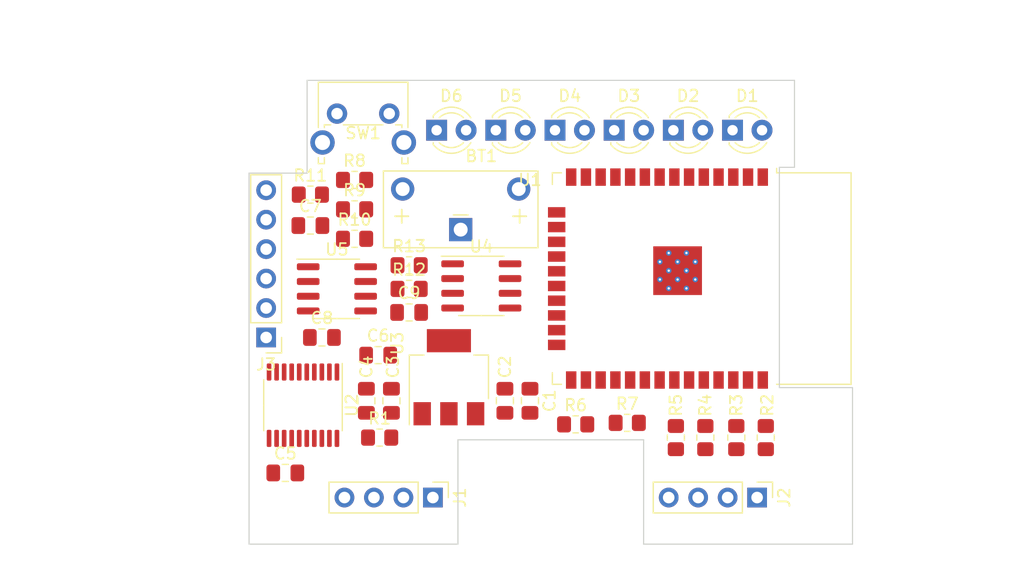
<source format=kicad_pcb>
(kicad_pcb (version 20211014) (generator pcbnew)
  (layers (0 "F.Cu" signal) (31 "B.Cu" signal) (34 "B.Paste" user) (35 "F.Paste" user) (36 "B.SilkS" user "B.Silkscreen") (37 "F.SilkS" user "F.Silkscreen") (38 "B.Mask" user) (39 "F.Mask" user) (44 "Edge.Cuts" user))
  (net 0 "")
  (net 21 "GND")
  (net 22 "+3.3V")
  (net 23 "+5V")
  (net 27 "Net-(D1-Pad1)")
  (net 28 "Net-(D2-Pad1)")
  (net 29 "/STP_LED")
  (net 30 "Net-(D3-Pad1)")
  (net 31 "/TX2_LED")
  (net 32 "Net-(U1-Pad31)")
  (net 33 "Net-(D4-Pad1)")
  (net 34 "Net-(D5-Pad1)")
  (net 35 "Net-(D6-Pad1)")
  (net 36 "/RX2_LED")
  (net 37 "/TX1_LED")
  (net 38 "/RX1_LED")
  (net 39 "+BATT")
  (net 40 "/STP_SW")
  (net 41 "/ESP_TXD")
  (net 42 "/ESP_RXD")
  (net 43 "/ESP_EN")
  (net 44 "/ESP_IO0")
  (net 45 "Net-(R10-Pad1)")
  (net 46 "/I2C0_SDA")
  (net 47 "/I2C0_SCL")
  (net 52 "Net-(J1-Pad1)")
  (net 53 "Net-(J1-Pad2)")
  (net 54 "Net-(J1-Pad3)")
  (net 55 "Net-(J1-Pad4)")
  (net 56 "Net-(J2-Pad3)")
  (net 57 "Net-(J2-Pad4)")
  (net 58 "Net-(R1-Pad2)")
  (net 59 "Net-(R10-Pad2)")
  (footprint "Resistor_SMD:R_0805_2012Metric_Pad1.20x1.40mm_HandSolder" (layer "F.Cu") (at 109.093 113.665)
    (fp_text reference "R10" (at 0 -1.65) (layer "F.SilkS"))
    (fp_text value "NONE")
    (fp_line (start -0.227064 0.735) (end 0.227064 0.735) (layer "F.SilkS") (width 0.12))
    (fp_line (start -0.227064 -0.735) (end 0.227064 -0.735) (layer "F.SilkS") (width 0.12))
    (pad "1" smd roundrect (at -1 0) (size 1.2 1.4) (layers "F.Cu" "F.Paste" "F.Mask") (roundrect_rratio 0.208333) (net 45 "Net-(R10-Pad1)"))
    (pad "2" smd roundrect (at 1 0) (size 1.2 1.4) (layers "F.Cu" "F.Paste" "F.Mask") (roundrect_rratio 0.208333) (net 59 "Net-(R10-Pad2)"))
  )
  (footprint "Resistor_SMD:R_0805_2012Metric_Pad1.20x1.40mm_HandSolder" (layer "F.Cu") (at 139.319 130.81 90)
    (fp_text reference "R4" (at 2.794 0 90) (layer "F.SilkS"))
    (fp_text value "1k")
    (fp_line (start -0.227064 0.735) (end 0.227064 0.735) (layer "F.SilkS") (width 0.12))
    (fp_line (start -0.227064 -0.735) (end 0.227064 -0.735) (layer "F.SilkS") (width 0.12))
    (pad "1" smd roundrect (at -1 0 90) (size 1.2 1.4) (layers "F.Cu" "F.Paste" "F.Mask") (roundrect_rratio 0.208333) (net 31 "/TX2_LED"))
    (pad "2" smd roundrect (at 1 0 90) (size 1.2 1.4) (layers "F.Cu" "F.Paste" "F.Mask") (roundrect_rratio 0.208333) (net 30 "Net-(D3-Pad1)"))
  )
  (footprint "Resistor_SMD:R_0805_2012Metric_Pad1.20x1.40mm_HandSolder" (layer "F.Cu") (at 105.283 109.855)
    (fp_text reference "R11" (at 0 -1.65) (layer "F.SilkS"))
    (fp_text value "10k")
    (fp_line (start -0.227064 0.735) (end 0.227064 0.735) (layer "F.SilkS") (width 0.12))
    (fp_line (start -0.227064 -0.735) (end 0.227064 -0.735) (layer "F.SilkS") (width 0.12))
    (pad "1" smd roundrect (at -1 0) (size 1.2 1.4) (layers "F.Cu" "F.Paste" "F.Mask") (roundrect_rratio 0.208333) (net 22 "+3.3V"))
    (pad "2" smd roundrect (at 1 0) (size 1.2 1.4) (layers "F.Cu" "F.Paste" "F.Mask") (roundrect_rratio 0.208333) (net 43 "/ESP_EN"))
  )
  (footprint "LED_THT:LED_D3.0mm" (layer "F.Cu") (at 131.463 104.3)
    (fp_text reference "D3" (at 1.27 -2.96) (layer "F.SilkS"))
    (fp_text value "LED")
    (fp_line (start -0.29 -1.236) (end -0.29 -1.08) (layer "F.SilkS") (width 0.12))
    (fp_line (start -0.29 1.08) (end -0.29 1.236) (layer "F.SilkS") (width 0.12))
    (fp_arc (start 2.942335 1.078608) (mid 1.366487 1.987659) (end -0.29 1.235516) (layer "F.SilkS") (width 0.12))
    (fp_arc (start 2.31113 1.079837) (mid 1.270117 1.5) (end 0.229039 1.08) (layer "F.SilkS") (width 0.12))
    (fp_arc (start 0.229039 -1.08) (mid 1.270117 -1.5) (end 2.31113 -1.079837) (layer "F.SilkS") (width 0.12))
    (fp_arc (start -0.29 -1.235516) (mid 1.366487 -1.987659) (end 2.942335 -1.078608) (layer "F.SilkS") (width 0.12))
    (pad "1" thru_hole rect (at 0 0) (size 1.8 1.8) (drill 0.9) (layers *.Cu *.Mask) (net 30 "Net-(D3-Pad1)"))
    (pad "2" thru_hole circle (at 2.54 0) (size 1.8 1.8) (drill 0.9) (layers *.Cu *.Mask) (net 22 "+3.3V"))
  )
  (footprint "Capacitor_SMD:C_0805_2012Metric_Pad1.18x1.45mm_HandSolder" (layer "F.Cu") (at 113.792 120.015)
    (fp_text reference "C9" (at 0 -1.68) (layer "F.SilkS"))
    (fp_text value "100nF")
    (fp_line (start -0.261252 -0.735) (end 0.261252 -0.735) (layer "F.SilkS") (width 0.12))
    (fp_line (start -0.261252 0.735) (end 0.261252 0.735) (layer "F.SilkS") (width 0.12))
    (pad "1" smd roundrect (at -1.0375 0) (size 1.175 1.45) (layers "F.Cu" "F.Paste" "F.Mask") (roundrect_rratio 0.212766) (net 22 "+3.3V"))
    (pad "2" smd roundrect (at 1.0375 0) (size 1.175 1.45) (layers "F.Cu" "F.Paste" "F.Mask") (roundrect_rratio 0.212766) (net 21 "GND"))
  )
  (footprint "Capacitor_SMD:C_0805_2012Metric_Pad1.18x1.45mm_HandSolder" (layer "F.Cu") (at 111.125 123.698)
    (fp_text reference "C6" (at 0 -1.68) (layer "F.SilkS"))
    (fp_text value "100nF")
    (fp_line (start -0.261252 0.735) (end 0.261252 0.735) (layer "F.SilkS") (width 0.12))
    (fp_line (start -0.261252 -0.735) (end 0.261252 -0.735) (layer "F.SilkS") (width 0.12))
    (pad "1" smd roundrect (at -1.0375 0) (size 1.175 1.45) (layers "F.Cu" "F.Paste" "F.Mask") (roundrect_rratio 0.212766) (net 22 "+3.3V"))
    (pad "2" smd roundrect (at 1.0375 0) (size 1.175 1.45) (layers "F.Cu" "F.Paste" "F.Mask") (roundrect_rratio 0.212766) (net 21 "GND"))
  )
  (footprint "Resistor_SMD:R_0805_2012Metric_Pad1.20x1.40mm_HandSolder" (layer "F.Cu") (at 132.588 129.54)
    (fp_text reference "R7" (at 0 -1.65) (layer "F.SilkS"))
    (fp_text value "1k")
    (fp_line (start -0.227064 0.735) (end 0.227064 0.735) (layer "F.SilkS") (width 0.12))
    (fp_line (start -0.227064 -0.735) (end 0.227064 -0.735) (layer "F.SilkS") (width 0.12))
    (pad "1" smd roundrect (at -1 0) (size 1.2 1.4) (layers "F.Cu" "F.Paste" "F.Mask") (roundrect_rratio 0.208333) (net 38 "/RX1_LED"))
    (pad "2" smd roundrect (at 1 0) (size 1.2 1.4) (layers "F.Cu" "F.Paste" "F.Mask") (roundrect_rratio 0.208333) (net 35 "Net-(D6-Pad1)"))
  )
  (footprint "Capacitor_SMD:C_0805_2012Metric_Pad1.18x1.45mm_HandSolder" (layer "F.Cu") (at 106.2775 122.174)
    (fp_text reference "C8" (at 0 -1.68) (layer "F.SilkS"))
    (fp_text value "100nF")
    (fp_line (start -0.261252 0.735) (end 0.261252 0.735) (layer "F.SilkS") (width 0.12))
    (fp_line (start -0.261252 -0.735) (end 0.261252 -0.735) (layer "F.SilkS") (width 0.12))
    (pad "1" smd roundrect (at -1.0375 0) (size 1.175 1.45) (layers "F.Cu" "F.Paste" "F.Mask") (roundrect_rratio 0.212766) (net 22 "+3.3V"))
    (pad "2" smd roundrect (at 1.0375 0) (size 1.175 1.45) (layers "F.Cu" "F.Paste" "F.Mask") (roundrect_rratio 0.212766) (net 21 "GND"))
  )
  (footprint "Package_SO:SOIC-8_3.9x4.9mm_P1.27mm" (layer "F.Cu") (at 107.569 117.983)
    (fp_text reference "U5" (at 0 -3.4) (layer "F.SilkS"))
    (fp_text value "FM24C64C")
    (fp_line (start 0 -2.56) (end 1.95 -2.56) (layer "F.SilkS") (width 0.12))
    (fp_line (start 0 2.56) (end 1.95 2.56) (layer "F.SilkS") (width 0.12))
    (fp_line (start 0 2.56) (end -1.95 2.56) (layer "F.SilkS") (width 0.12))
    (fp_line (start 0 -2.56) (end -3.45 -2.56) (layer "F.SilkS") (width 0.12))
    (pad "1" smd roundrect (at -2.475 -1.905) (size 1.95 0.6) (layers "F.Cu" "F.Paste" "F.Mask") (net 21 "GND"))
    (pad "2" smd roundrect (at -2.475 -0.635) (size 1.95 0.6) (layers "F.Cu" "F.Paste" "F.Mask") (net 21 "GND"))
    (pad "3" smd roundrect (at -2.475 0.635) (size 1.95 0.6) (layers "F.Cu" "F.Paste" "F.Mask") (net 21 "GND"))
    (pad "4" smd roundrect (at -2.475 1.905) (size 1.95 0.6) (layers "F.Cu" "F.Paste" "F.Mask") (net 21 "GND"))
    (pad "5" smd roundrect (at 2.475 1.905) (size 1.95 0.6) (layers "F.Cu" "F.Paste" "F.Mask") (net 46 "/I2C0_SDA"))
    (pad "6" smd roundrect (at 2.475 0.635) (size 1.95 0.6) (layers "F.Cu" "F.Paste" "F.Mask") (net 47 "/I2C0_SCL"))
    (pad "7" smd roundrect (at 2.475 -0.635) (size 1.95 0.6) (layers "F.Cu" "F.Paste" "F.Mask") (net 21 "GND"))
    (pad "8" smd roundrect (at 2.475 -1.905) (size 1.95 0.6) (layers "F.Cu" "F.Paste" "F.Mask") (net 22 "+3.3V"))
  )
  (footprint "Battery_rtc:CR2032_Vertical_CircularHoles" (layer "F.Cu") (at 118.237 112.875 180)
    (fp_text reference "BT1" (at -1.778 6.35) (layer "F.SilkS"))
    (fp_text value "Battery_Cell")
    (fp_text user "+" (at 5.08 1.27) (layer "F.SilkS") (effects (font (size 1.5 1.5))))
    (fp_text user "+" (at -5.08 1.27) (layer "F.SilkS") (effects (font (size 1.5 1.5))))
    (fp_line (start -0.635 1.27) (end 0.635 1.27) (layer "F.SilkS") (width 0.12))
    (fp_line (start -6.66 5.06) (end 6.66 5.06) (layer "F.SilkS") (width 0.12))
    (fp_line (start -6.66 -1.56) (end 6.66 -1.56) (layer "F.SilkS") (width 0.12))
    (fp_line (start 6.66 -1.56) (end 6.66 5.06) (layer "F.SilkS") (width 0.12))
    (fp_line (start -6.66 -1.56) (end -6.66 5.06) (layer "F.SilkS") (width 0.12))
    (pad "1" thru_hole circle (at 5 3.5 180) (size 2 2) (drill 1.2) (layers *.Cu *.Mask) (net 39 "+BATT"))
    (pad "1" thru_hole circle (at -5 3.5 180) (size 2 2) (drill 1.2) (layers *.Cu *.Mask) (net 39 "+BATT"))
    (pad "2" thru_hole rect (at 0 0 270) (size 2 2) (drill 1.2) (layers *.Cu *.Mask) (net 21 "GND"))
  )
  (footprint "Resistor_SMD:R_0805_2012Metric_Pad1.20x1.40mm_HandSolder" (layer "F.Cu") (at 113.792 117.983)
    (fp_text reference "R12" (at 0 -1.65) (layer "F.SilkS"))
    (fp_text value "4.7k")
    (fp_line (start -0.227064 -0.735) (end 0.227064 -0.735) (layer "F.SilkS") (width 0.12))
    (fp_line (start -0.227064 0.735) (end 0.227064 0.735) (layer "F.SilkS") (width 0.12))
    (pad "1" smd roundrect (at -1 0) (size 1.2 1.4) (layers "F.Cu" "F.Paste" "F.Mask") (roundrect_rratio 0.208333) (net 22 "+3.3V"))
    (pad "2" smd roundrect (at 1 0) (size 1.2 1.4) (layers "F.Cu" "F.Paste" "F.Mask") (roundrect_rratio 0.208333) (net 46 "/I2C0_SDA"))
  )
  (footprint "Resistor_SMD:R_0805_2012Metric_Pad1.20x1.40mm_HandSolder" (layer "F.Cu") (at 144.526 130.81 90)
    (fp_text reference "R2" (at 2.794 0.127 90) (layer "F.SilkS"))
    (fp_text value "1k")
    (fp_line (start -0.227064 -0.735) (end 0.227064 -0.735) (layer "F.SilkS") (width 0.12))
    (fp_line (start -0.227064 0.735) (end 0.227064 0.735) (layer "F.SilkS") (width 0.12))
    (pad "1" smd roundrect (at -1 0 90) (size 1.2 1.4) (layers "F.Cu" "F.Paste" "F.Mask") (roundrect_rratio 0.208333) (net 21 "GND"))
    (pad "2" smd roundrect (at 1 0 90) (size 1.2 1.4) (layers "F.Cu" "F.Paste" "F.Mask") (roundrect_rratio 0.208333) (net 27 "Net-(D1-Pad1)"))
  )
  (footprint "Resistor_SMD:R_0805_2012Metric_Pad1.20x1.40mm_HandSolder" (layer "F.Cu") (at 141.986 130.81 90)
    (fp_text reference "R3" (at 2.794 0 90) (layer "F.SilkS"))
    (fp_text value "1k")
    (fp_line (start -0.227064 -0.735) (end 0.227064 -0.735) (layer "F.SilkS") (width 0.12))
    (fp_line (start -0.227064 0.735) (end 0.227064 0.735) (layer "F.SilkS") (width 0.12))
    (pad "1" smd roundrect (at -1 0 90) (size 1.2 1.4) (layers "F.Cu" "F.Paste" "F.Mask") (roundrect_rratio 0.208333) (net 21 "GND"))
    (pad "2" smd roundrect (at 1 0 90) (size 1.2 1.4) (layers "F.Cu" "F.Paste" "F.Mask") (roundrect_rratio 0.208333) (net 28 "Net-(D2-Pad1)"))
  )
  (footprint "Resistor_SMD:R_0805_2012Metric_Pad1.20x1.40mm_HandSolder" (layer "F.Cu") (at 128.143 129.667)
    (fp_text reference "R6" (at 0 -1.65) (layer "F.SilkS"))
    (fp_text value "1k")
    (fp_line (start -0.227064 -0.735) (end 0.227064 -0.735) (layer "F.SilkS") (width 0.12))
    (fp_line (start -0.227064 0.735) (end 0.227064 0.735) (layer "F.SilkS") (width 0.12))
    (pad "1" smd roundrect (at -1 0) (size 1.2 1.4) (layers "F.Cu" "F.Paste" "F.Mask") (roundrect_rratio 0.208333) (net 37 "/TX1_LED"))
    (pad "2" smd roundrect (at 1 0) (size 1.2 1.4) (layers "F.Cu" "F.Paste" "F.Mask") (roundrect_rratio 0.208333) (net 34 "Net-(D5-Pad1)"))
  )
  (footprint "Connector_PinHeader_2.54mm:PinHeader_1x06_P2.54mm_Vertical" (layer "F.Cu") (at 101.473 122.174 180)
    (fp_text reference "J3" (at 0 -2.33) (layer "F.SilkS"))
    (fp_text value "Conn_01x06_Male")
    (fp_line (start -1.33 1.27) (end -1.33 14.03) (layer "F.SilkS") (width 0.12))
    (fp_line (start -1.33 1.27) (end 1.33 1.27) (layer "F.SilkS") (width 0.12))
    (fp_line (start 1.33 1.27) (end 1.33 14.03) (layer "F.SilkS") (width 0.12))
    (fp_line (start -1.33 0) (end -1.33 -1.33) (layer "F.SilkS") (width 0.12))
    (fp_line (start -1.33 -1.33) (end 0 -1.33) (layer "F.SilkS") (width 0.12))
    (fp_line (start -1.33 14.03) (end 1.33 14.03) (layer "F.SilkS") (width 0.12))
    (pad "1" thru_hole rect (at 0 0 180) (size 1.7 1.7) (drill 1) (layers *.Cu *.Mask) (net 21 "GND"))
    (pad "2" thru_hole oval (at 0 2.54 180) (size 1.7 1.7) (drill 1) (layers *.Cu *.Mask) (net 41 "/ESP_TXD"))
    (pad "3" thru_hole oval (at 0 5.08 180) (size 1.7 1.7) (drill 1) (layers *.Cu *.Mask) (net 42 "/ESP_RXD"))
    (pad "4" thru_hole oval (at 0 7.62 180) (size 1.7 1.7) (drill 1) (layers *.Cu *.Mask) (net 22 "+3.3V"))
    (pad "5" thru_hole oval (at 0 10.16 180) (size 1.7 1.7) (drill 1) (layers *.Cu *.Mask) (net 43 "/ESP_EN"))
    (pad "6" thru_hole oval (at 0 12.7 180) (size 1.7 1.7) (drill 1) (layers *.Cu *.Mask) (net 44 "/ESP_IO0"))
  )
  (footprint "Resistor_SMD:R_0805_2012Metric_Pad1.20x1.40mm_HandSolder" (layer "F.Cu") (at 109.093 108.585)
    (fp_text reference "R8" (at 0 -1.65) (layer "F.SilkS"))
    (fp_text value "10k")
    (fp_line (start -0.227064 -0.735) (end 0.227064 -0.735) (layer "F.SilkS") (width 0.12))
    (fp_line (start -0.227064 0.735) (end 0.227064 0.735) (layer "F.SilkS") (width 0.12))
    (pad "1" smd roundrect (at -1 0) (size 1.2 1.4) (layers "F.Cu" "F.Paste" "F.Mask") (roundrect_rratio 0.208333) (net 22 "+3.3V"))
    (pad "2" smd roundrect (at 1 0) (size 1.2 1.4) (layers "F.Cu" "F.Paste" "F.Mask") (roundrect_rratio 0.208333) (net 40 "/STP_SW"))
  )
  (footprint "Package_SO:TSSOP-20_4.4x6.5mm_P0.65mm" (layer "F.Cu") (at 104.648 128.016 -90)
    (fp_text reference "U2" (at 0 -4.2 90) (layer "F.SilkS"))
    (fp_text value "TXS0108EPW")
    (fp_line (start 0 -3.385) (end 2.2 -3.385) (layer "F.SilkS") (width 0.12))
    (fp_line (start 0 3.385) (end 2.2 3.385) (layer "F.SilkS") (width 0.12))
    (fp_line (start 0 -3.385) (end -3.6 -3.385) (layer "F.SilkS") (width 0.12))
    (fp_line (start 0 3.385) (end -2.2 3.385) (layer "F.SilkS") (width 0.12))
    (pad "1" smd roundrect (at -2.8625 -2.925 270) (size 1.475 0.4) (layers "F.Cu" "F.Paste" "F.Mask") (net 36 "/RX2_LED"))
    (pad "2" smd roundrect (at -2.8625 -2.275 270) (size 1.475 0.4) (layers "F.Cu" "F.Paste" "F.Mask") (net 22 "+3.3V"))
    (pad "3" smd roundrect (at -2.8625 -1.625 270) (size 1.475 0.4) (layers "F.Cu" "F.Paste" "F.Mask") (net 45 "Net-(R10-Pad1)"))
    (pad "4" smd roundrect (at -2.8625 -0.975 270) (size 1.475 0.4) (layers "F.Cu" "F.Paste" "F.Mask") (net 31 "/TX2_LED"))
    (pad "5" smd roundrect (at -2.8625 -0.325 270) (size 1.475 0.4) (layers "F.Cu" "F.Paste" "F.Mask") (net 38 "/RX1_LED"))
    (pad "6" smd roundrect (at -2.8625 0.325 270) (size 1.475 0.4) (layers "F.Cu" "F.Paste" "F.Mask") (net 32 "Net-(U1-Pad31)"))
    (pad "7" smd roundrect (at -2.8625 0.975 270) (size 1.475 0.4) (layers "F.Cu" "F.Paste" "F.Mask") (net 37 "/TX1_LED"))
    (pad "8" smd roundrect (at -2.8625 1.625 270) (size 1.475 0.4) (layers "F.Cu" "F.Paste" "F.Mask"))
    (pad "9" smd roundrect (at -2.8625 2.275 270) (size 1.475 0.4) (layers "F.Cu" "F.Paste" "F.Mask"))
    (pad "10" smd roundrect (at -2.8625 2.925 270) (size 1.475 0.4) (layers "F.Cu" "F.Paste" "F.Mask") (net 58 "Net-(R1-Pad2)"))
    (pad "11" smd roundrect (at 2.8625 2.925 270) (size 1.475 0.4) (layers "F.Cu" "F.Paste" "F.Mask") (net 21 "GND"))
    (pad "12" smd roundrect (at 2.8625 2.275 270) (size 1.475 0.4) (layers "F.Cu" "F.Paste" "F.Mask"))
    (pad "13" smd roundrect (at 2.8625 1.625 270) (size 1.475 0.4) (layers "F.Cu" "F.Paste" "F.Mask"))
    (pad "14" smd roundrect (at 2.8625 0.975 270) (size 1.475 0.4) (layers "F.Cu" "F.Paste" "F.Mask") (net 55 "Net-(J1-Pad4)"))
    (pad "15" smd roundrect (at 2.8625 0.325 270) (size 1.475 0.4) (layers "F.Cu" "F.Paste" "F.Mask") (net 54 "Net-(J1-Pad3)"))
    (pad "16" smd roundrect (at 2.8625 -0.325 270) (size 1.475 0.4) (layers "F.Cu" "F.Paste" "F.Mask") (net 53 "Net-(J1-Pad2)"))
    (pad "17" smd roundrect (at 2.8625 -0.975 270) (size 1.475 0.4) (layers "F.Cu" "F.Paste" "F.Mask") (net 52 "Net-(J1-Pad1)"))
    (pad "18" smd roundrect (at 2.8625 -1.625 270) (size 1.475 0.4) (layers "F.Cu" "F.Paste" "F.Mask") (net 57 "Net-(J2-Pad4)"))
    (pad "19" smd roundrect (at 2.8625 -2.275 270) (size 1.475 0.4) (layers "F.Cu" "F.Paste" "F.Mask") (net 23 "+5V"))
    (pad "20" smd roundrect (at 2.8625 -2.925 270) (size 1.475 0.4) (layers "F.Cu" "F.Paste" "F.Mask") (net 56 "Net-(J2-Pad3)"))
  )
  (footprint "Capacitor_SMD:C_0805_2012Metric_Pad1.18x1.45mm_HandSolder" (layer "F.Cu") (at 122.047 127.635 -90)
    (fp_text reference "C2" (at -2.921 0 90) (layer "F.SilkS"))
    (fp_text value "22uF")
    (fp_line (start -0.261252 0.735) (end 0.261252 0.735) (layer "F.SilkS") (width 0.12))
    (fp_line (start -0.261252 -0.735) (end 0.261252 -0.735) (layer "F.SilkS") (width 0.12))
    (pad "1" smd roundrect (at -1.0375 0 270) (size 1.175 1.45) (layers "F.Cu" "F.Paste" "F.Mask") (roundrect_rratio 0.212766) (net 23 "+5V"))
    (pad "2" smd roundrect (at 1.0375 0 270) (size 1.175 1.45) (layers "F.Cu" "F.Paste" "F.Mask") (roundrect_rratio 0.212766) (net 21 "GND"))
  )
  (footprint "LED_THT:LED_D3.0mm" (layer "F.Cu") (at 136.563 104.3)
    (fp_text reference "D2" (at 1.27 -2.96) (layer "F.SilkS"))
    (fp_text value "LED")
    (fp_line (start -0.29 -1.236) (end -0.29 -1.08) (layer "F.SilkS") (width 0.12))
    (fp_line (start -0.29 1.08) (end -0.29 1.236) (layer "F.SilkS") (width 0.12))
    (fp_arc (start 2.31113 1.079837) (mid 1.270117 1.5) (end 0.229039 1.08) (layer "F.SilkS") (width 0.12))
    (fp_arc (start -0.29 -1.235516) (mid 1.366487 -1.987659) (end 2.942335 -1.078608) (layer "F.SilkS") (width 0.12))
    (fp_arc (start 0.229039 -1.08) (mid 1.270117 -1.5) (end 2.31113 -1.079837) (layer "F.SilkS") (width 0.12))
    (fp_arc (start 2.942335 1.078608) (mid 1.366487 1.987659) (end -0.29 1.235516) (layer "F.SilkS") (width 0.12))
    (pad "1" thru_hole rect (at 0 0) (size 1.8 1.8) (drill 0.9) (layers *.Cu *.Mask) (net 28 "Net-(D2-Pad1)"))
    (pad "2" thru_hole circle (at 2.54 0) (size 1.8 1.8) (drill 0.9) (layers *.Cu *.Mask) (net 29 "/STP_LED"))
  )
  (footprint "Resistor_SMD:R_0805_2012Metric_Pad1.20x1.40mm_HandSolder" (layer "F.Cu") (at 111.252 130.81)
    (fp_text reference "R1" (at 0 -1.65) (layer "F.SilkS"))
    (fp_text value "0")
    (fp_line (start -0.227064 -0.735) (end 0.227064 -0.735) (layer "F.SilkS") (width 0.12))
    (fp_line (start -0.227064 0.735) (end 0.227064 0.735) (layer "F.SilkS") (width 0.12))
    (pad "1" smd roundrect (at -1 0) (size 1.2 1.4) (layers "F.Cu" "F.Paste" "F.Mask") (roundrect_rratio 0.208333) (net 22 "+3.3V"))
    (pad "2" smd roundrect (at 1 0) (size 1.2 1.4) (layers "F.Cu" "F.Paste" "F.Mask") (roundrect_rratio 0.208333) (net 58 "Net-(R1-Pad2)"))
  )
  (footprint "Capacitor_SMD:C_0805_2012Metric_Pad1.18x1.45mm_HandSolder" (layer "F.Cu") (at 124.206 127.635 -90)
    (fp_text reference "C1" (at 0 -1.68 -90) (layer "F.SilkS"))
    (fp_text value "100nF")
    (fp_line (start -0.261252 -0.735) (end 0.261252 -0.735) (layer "F.SilkS") (width 0.12))
    (fp_line (start -0.261252 0.735) (end 0.261252 0.735) (layer "F.SilkS") (width 0.12))
    (pad "1" smd roundrect (at -1.0375 0 270) (size 1.175 1.45) (layers "F.Cu" "F.Paste" "F.Mask") (roundrect_rratio 0.212766) (net 23 "+5V"))
    (pad "2" smd roundrect (at 1.0375 0 270) (size 1.175 1.45) (layers "F.Cu" "F.Paste" "F.Mask") (roundrect_rratio 0.212766) (net 21 "GND"))
  )
  (footprint "Capacitor_SMD:C_0805_2012Metric_Pad1.18x1.45mm_HandSolder" (layer "F.Cu") (at 110.109 127.635 -90)
    (fp_text reference "C4" (at -2.921 0 90) (layer "F.SilkS"))
    (fp_text value "100nF")
    (fp_line (start -0.261252 -0.735) (end 0.261252 -0.735) (layer "F.SilkS") (width 0.12))
    (fp_line (start -0.261252 0.735) (end 0.261252 0.735) (layer "F.SilkS") (width 0.12))
    (pad "1" smd roundrect (at -1.0375 0 270) (size 1.175 1.45) (layers "F.Cu" "F.Paste" "F.Mask") (roundrect_rratio 0.212766) (net 22 "+3.3V"))
    (pad "2" smd roundrect (at 1.0375 0 270) (size 1.175 1.45) (layers "F.Cu" "F.Paste" "F.Mask") (roundrect_rratio 0.212766) (net 21 "GND"))
  )
  (footprint "LED_THT:LED_D3.0mm" (layer "F.Cu") (at 126.363 104.3)
    (fp_text reference "D4" (at 1.27 -2.96) (layer "F.SilkS"))
    (fp_text value "LED")
    (fp_line (start -0.29 1.08) (end -0.29 1.236) (layer "F.SilkS") (width 0.12))
    (fp_line (start -0.29 -1.236) (end -0.29 -1.08) (layer "F.SilkS") (width 0.12))
    (fp_arc (start 0.229039 -1.08) (mid 1.270117 -1.5) (end 2.31113 -1.079837) (layer "F.SilkS") (width 0.12))
    (fp_arc (start 2.942335 1.078608) (mid 1.366487 1.987659) (end -0.29 1.235516) (layer "F.SilkS") (width 0.12))
    (fp_arc (start -0.29 -1.235516) (mid 1.366487 -1.987659) (end 2.942335 -1.078608) (layer "F.SilkS") (width 0.12))
    (fp_arc (start 2.31113 1.079837) (mid 1.270117 1.5) (end 0.229039 1.08) (layer "F.SilkS") (width 0.12))
    (pad "1" thru_hole rect (at 0 0) (size 1.8 1.8) (drill 0.9) (layers *.Cu *.Mask) (net 33 "Net-(D4-Pad1)"))
    (pad "2" thru_hole circle (at 2.54 0) (size 1.8 1.8) (drill 0.9) (layers *.Cu *.Mask) (net 22 "+3.3V"))
  )
  (footprint "RF_Module:ESP32-WROOM-32" (layer "F.Cu") (at 136.017 117.094 -90)
    (fp_text reference "U1" (at -8.509 11.811) (layer "F.SilkS"))
    (fp_text value "ESP32-WROOM-32")
    (fp_line (start -9.12 -9.445) (end -9.5 -9.445) (layer "F.SilkS") (width 0.12))
    (fp_line (start -9.12 9.1) (end -9.12 9.88) (layer "F.SilkS") (width 0.12))
    (fp_line (start 9.12 -15.86) (end 9.12 -9.445) (layer "F.SilkS") (width 0.12))
    (fp_line (start -9.12 9.88) (end -8.12 9.88) (layer "F.SilkS") (width 0.12))
    (fp_line (start 9.12 9.88) (end 8.12 9.88) (layer "F.SilkS") (width 0.12))
    (fp_line (start -9.12 -15.86) (end 9.12 -15.86) (layer "F.SilkS") (width 0.12))
    (fp_line (start 9.12 9.1) (end 9.12 9.88) (layer "F.SilkS") (width 0.12))
    (fp_line (start -9.12 -15.86) (end -9.12 -9.445) (layer "F.SilkS") (width 0.12))
    (pad "1" smd rect (at -8.75 -8.25 270) (size 1.5 0.9) (layers "F.Cu" "F.Paste" "F.Mask") (net 21 "GND"))
    (pad "2" smd rect (at -8.75 -6.98 270) (size 1.5 0.9) (layers "F.Cu" "F.Paste" "F.Mask") (net 22 "+3.3V"))
    (pad "3" smd rect (at -8.75 -5.71 270) (size 1.5 0.9) (layers "F.Cu" "F.Paste" "F.Mask") (net 43 "/ESP_EN"))
    (pad "4" smd rect (at -8.75 -4.44 270) (size 1.5 0.9) (layers "F.Cu" "F.Paste" "F.Mask"))
    (pad "5" smd rect (at -8.75 -3.17 270) (size 1.5 0.9) (layers "F.Cu" "F.Paste" "F.Mask"))
    (pad "6" smd rect (at -8.75 -1.9 270) (size 1.5 0.9) (layers "F.Cu" "F.Paste" "F.Mask"))
    (pad "7" smd rect (at -8.75 -0.63 270) (size 1.5 0.9) (layers "F.Cu" "F.Paste" "F.Mask"))
    (pad "8" smd rect (at -8.75 0.64 270) (size 1.5 0.9) (layers "F.Cu" "F.Paste" "F.Mask") (net 46 "/I2C0_SDA"))
    (pad "9" smd rect (at -8.75 1.91 270) (size 1.5 0.9) (layers "F.Cu" "F.Paste" "F.Mask") (net 47 "/I2C0_SCL"))
    (pad "10" smd rect (at -8.75 3.18 270) (size 1.5 0.9) (layers "F.Cu" "F.Paste" "F.Mask"))
    (pad "11" smd rect (at -8.75 4.45 270) (size 1.5 0.9) (layers "F.Cu" "F.Paste" "F.Mask"))
    (pad "12" smd rect (at -8.75 5.72 270) (size 1.5 0.9) (layers "F.Cu" "F.Paste" "F.Mask") (net 40 "/STP_SW"))
    (pad "13" smd rect (at -8.75 6.99 270) (size 1.5 0.9) (layers "F.Cu" "F.Paste" "F.Mask"))
    (pad "14" smd rect (at -8.75 8.26 270) (size 1.5 0.9) (layers "F.Cu" "F.Paste" "F.Mask"))
    (pad "15" smd rect (at -5.71 9.51) (size 1.5 0.9) (layers "F.Cu" "F.Paste" "F.Mask") (net 21 "GND"))
    (pad "16" smd rect (at -4.44 9.51) (size 1.5 0.9) (layers "F.Cu" "F.Paste" "F.Mask"))
    (pad "17" smd rect (at -3.17 9.51) (size 1.5 0.9) (layers "F.Cu" "F.Paste" "F.Mask"))
    (pad "18" smd rect (at -1.9 9.51) (size 1.5 0.9) (layers "F.Cu" "F.Paste" "F.Mask"))
    (pad "19" smd rect (at -0.63 9.51) (size 1.5 0.9) (layers "F.Cu" "F.Paste" "F.Mask"))
    (pad "20" smd rect (at 0.64 9.51) (size 1.5 0.9) (layers "F.Cu" "F.Paste" "F.Mask"))
    (pad "21" smd rect (at 1.91 9.51) (size 1.5 0.9) (layers "F.Cu" "F.Paste" "F.Mask"))
    (pad "22" smd rect (at 3.18 9.51) (size 1.5 0.9) (layers "F.Cu" "F.Paste" "F.Mask"))
    (pad "23" smd rect (at 4.45 9.51) (size 1.5 0.9) (layers "F.Cu" "F.Paste" "F.Mask"))
    (pad "24" smd rect (at 5.72 9.51) (size 1.5 0.9) (layers "F.Cu" "F.Paste" "F.Mask"))
    (pad "25" smd rect (at 8.75 8.26 270) (size 1.5 0.9) (layers "F.Cu" "F.Paste" "F.Mask") (net 44 "/ESP_IO0"))
    (pad "26" smd rect (at 8.75 6.99 270) (size 1.5 0.9) (layers "F.Cu" "F.Paste" "F.Mask") (net 36 "/RX2_LED"))
    (pad "27" smd rect (at 8.75 5.72 270) (size 1.5 0.9) (layers "F.Cu" "F.Paste" "F.Mask") (net 59 "Net-(R10-Pad2)"))
    (pad "28" smd rect (at 8.75 4.45 270) (size 1.5 0.9) (layers "F.Cu" "F.Paste" "F.Mask") (net 31 "/TX2_LED"))
    (pad "29" smd rect (at 8.75 3.18 270) (size 1.5 0.9) (layers "F.Cu" "F.Paste" "F.Mask"))
    (pad "30" smd rect (at 8.75 1.91 270) (size 1.5 0.9) (layers "F.Cu" "F.Paste" "F.Mask") (net 38 "/RX1_LED"))
    (pad "31" smd rect (at 8.75 0.64 270) (size 1.5 0.9) (layers "F.Cu" "F.Paste" "F.Mask") (net 32 "Net-(U1-Pad31)"))
    (pad "32" smd rect (at 8.75 -0.63 270) (size 1.5 0.9) (layers "F.Cu" "F.Paste" "F.Mask"))
    (pad "33" smd rect (at 8.75 -1.9 270) (size 1.5 0.9) (layers "F.Cu" "F.Paste" "F.Mask") (net 37 "/TX1_LED"))
    (pad "34" smd rect (at 8.75 -3.17 270) (size 1.5 0.9) (layers "F.Cu" "F.Paste" "F.Mask") (net 42 "/ESP_RXD"))
    (pad "35" smd rect (at 8.75 -4.44 270) (size 1.5 0.9) (layers "F.Cu" "F.Paste" "F.Mask") (net 41 "/ESP_TXD"))
    (pad "36" smd rect (at 8.75 -5.71 270) (size 1.5 0.9) (layers "F.Cu" "F.Paste" "F.Mask"))
    (pad "37" smd rect (at 8.75 -6.98 270) (size 1.5 0.9) (layers "F.Cu" "F.Paste" "F.Mask") (net 29 "/STP_LED"))
    (pad "38" smd rect (at 8.75 -8.25 270) (size 1.5 0.9) (layers "F.Cu" "F.Paste" "F.Mask") (net 21 "GND"))
    (pad "39" thru_hole circle (at -2.205 -1.6725 270) (size 0.475 0.475) (drill 0.2) (property pad_prop_heatsink) (layers *.Cu "F.Mask") (net 21 "GND"))
    (pad "39" thru_hole circle (at -2.205 -0.1475 270) (size 0.475 0.475) (drill 0.2) (property pad_prop_heatsink) (layers *.Cu "F.Mask") (net 21 "GND"))
    (pad "39" thru_hole circle (at -1.4425 -2.435 270) (size 0.475 0.475) (drill 0.2) (property pad_prop_heatsink) (layers *.Cu "F.Mask") (net 21 "GND"))
    (pad "39" smd rect (at 0.845 0.615 270) (size 1.05 1.05) (layers "F.Cu" "F.Paste") (net 21 "GND"))
    (pad "39" smd rect (at 0.845 -0.91 270) (size 1.05 1.05) (layers "F.Cu" "F.Paste") (net 21 "GND"))
    (pad "39" thru_hole circle (at -1.4425 -0.91 270) (size 0.475 0.475) (drill 0.2) (property pad_prop_heatsink) (layers *.Cu "F.Mask") (net 21 "GND"))
    (pad "39" thru_hole circle (at 0.845 -1.6725 270) (size 0.475 0.475) (drill 0.2) (property pad_prop_heatsink) (layers *.Cu "F.Mask") (net 21 "GND"))
    (pad "39" smd rect (at -2.205 0.615 270) (size 1.05 1.05) (layers "F.Cu" "F.Paste") (net 21 "GND"))
    (pad "39" thru_hole circle (at -0.68 -1.6725 270) (size 0.475 0.475) (drill 0.2) (property pad_prop_heatsink) (layers *.Cu "F.Mask") (net 21 "GND"))
    (pad "39" smd rect (at -0.68 -0.91 270) (size 4.2 4.2) (layers "F.Cu" "F.Mask") (net 21 "GND"))
    (pad "39" thru_hole circle (at -1.4425 0.615 270) (size 0.475 0.475) (drill 0.2) (property pad_prop_heatsink) (layers *.Cu "F.Mask") (net 21 "GND"))
    (pad "39" smd rect (at 0.845 -2.435 270) (size 1.05 1.05) (layers "F.Cu" "F.Paste") (net 21 "GND"))
    (pad "39" thru_hole circle (at 0.0825 -0.91 270) (size 0.475 0.475) (drill 0.2) (property pad_prop_heatsink) (layers *.Cu "F.Mask") (net 21 "GND"))
    (pad "39" smd rect (at -2.205 -0.91 270) (size 1.05 1.05) (layers "F.Cu" "F.Paste") (net 21 "GND"))
    (pad "39" smd rect (at -0.68 0.615 270) (size 1.05 1.05) (layers "F.Cu" "F.Paste") (net 21 "GND"))
    (pad "39" thru_hole circle (at 0.0825 -2.435 270) (size 0.475 0.475) (drill 0.2) (property pad_prop_heatsink) (layers *.Cu "F.Mask") (net 21 "GND"))
    (pad "39" smd rect (at -0.68 -2.435 270) (size 1.05 1.05) (layers "F.Cu" "F.Paste") (net 21 "GND"))
    (pad "39" thru_hole circle (at 0.845 -0.1475 270) (size 0.475 0.475) (drill 0.2) (property pad_prop_heatsink) (layers *.Cu "F.Mask") (net 21 "GND"))
    (pad "39" thru_hole circle (at -0.68 -0.1475 270) (size 0.475 0.475) (drill 0.2) (property pad_prop_heatsink) (layers *.Cu "F.Mask") (net 21 "GND"))
    (pad "39" thru_hole circle (at 0.0825 0.615 270) (size 0.475 0.475) (drill 0.2) (property pad_prop_heatsink) (layers *.Cu "F.Mask") (net 21 "GND"))
    (pad "39" smd rect (at -2.205 -2.435 270) (size 1.05 1.05) (layers "F.Cu" "F.Paste") (net 21 "GND"))
    (pad "39" smd rect (at -0.68 -0.91 270) (size 1.05 1.05) (layers "F.Cu" "F.Paste") (net 21 "GND"))
  )
  (footprint "Capacitor_SMD:C_0805_2012Metric_Pad1.18x1.45mm_HandSolder" (layer "F.Cu") (at 103.124 133.858)
    (fp_text reference "C5" (at 0 -1.68) (layer "F.SilkS"))
    (fp_text value "100nF")
    (fp_line (start -0.261252 0.735) (end 0.261252 0.735) (layer "F.SilkS") (width 0.12))
    (fp_line (start -0.261252 -0.735) (end 0.261252 -0.735) (layer "F.SilkS") (width 0.12))
    (pad "1" smd roundrect (at -1.0375 0) (size 1.175 1.45) (layers "F.Cu" "F.Paste" "F.Mask") (roundrect_rratio 0.212766) (net 23 "+5V"))
    (pad "2" smd roundrect (at 1.0375 0) (size 1.175 1.45) (layers "F.Cu" "F.Paste" "F.Mask") (roundrect_rratio 0.212766) (net 21 "GND"))
  )
  (footprint "Connector_PinHeader_2.54mm:PinHeader_1x04_P2.54mm_Vertical" (layer "F.Cu") (at 115.84 135.98 -90)
    (fp_text reference "J1" (at 0 -2.33 90) (layer "F.SilkS"))
    (fp_text value "Conn_01x04_Male")
    (fp_line (start -1.33 -1.33) (end 0 -1.33) (layer "F.SilkS") (width 0.12))
    (fp_line (start -1.33 8.95) (end 1.33 8.95) (layer "F.SilkS") (width 0.12))
    (fp_line (start 1.33 1.27) (end 1.33 8.95) (layer "F.SilkS") (width 0.12))
    (fp_line (start -1.33 1.27) (end -1.33 8.95) (layer "F.SilkS") (width 0.12))
    (fp_line (start -1.33 1.27) (end 1.33 1.27) (layer "F.SilkS") (width 0.12))
    (fp_line (start -1.33 0) (end -1.33 -1.33) (layer "F.SilkS") (width 0.12))
    (pad "1" thru_hole rect (at 0 0 270) (size 1.7 1.7) (drill 1) (layers *.Cu *.Mask) (net 52 "Net-(J1-Pad1)"))
    (pad "2" thru_hole oval (at 0 2.54 270) (size 1.7 1.7) (drill 1) (layers *.Cu *.Mask) (net 53 "Net-(J1-Pad2)"))
    (pad "3" thru_hole oval (at 0 5.08 270) (size 1.7 1.7) (drill 1) (layers *.Cu *.Mask) (net 54 "Net-(J1-Pad3)"))
    (pad "4" thru_hole oval (at 0 7.62 270) (size 1.7 1.7) (drill 1) (layers *.Cu *.Mask) (net 55 "Net-(J1-Pad4)"))
  )
  (footprint "Resistor_SMD:R_0805_2012Metric_Pad1.20x1.40mm_HandSolder" (layer "F.Cu") (at 109.093 111.125)
    (fp_text reference "R9" (at 0 -1.65) (layer "F.SilkS"))
    (fp_text value "0")
    (fp_line (start -0.227064 0.735) (end 0.227064 0.735) (layer "F.SilkS") (width 0.12))
    (fp_line (start -0.227064 -0.735) (end 0.227064 -0.735) (layer "F.SilkS") (width 0.12))
    (pad "1" smd roundrect (at -1 0) (size 1.2 1.4) (layers "F.Cu" "F.Paste" "F.Mask") (roundrect_rratio 0.208333) (net 45 "Net-(R10-Pad1)"))
    (pad "2" smd roundrect (at 1 0) (size 1.2 1.4) (layers "F.Cu" "F.Paste" "F.Mask") (roundrect_rratio 0.208333) (net 21 "GND"))
  )
  (footprint "Resistor_SMD:R_0805_2012Metric_Pad1.20x1.40mm_HandSolder" (layer "F.Cu") (at 113.792 115.951)
    (fp_text reference "R13" (at 0 -1.65) (layer "F.SilkS"))
    (fp_text value "4.7k")
    (fp_line (start -0.227064 0.735) (end 0.227064 0.735) (layer "F.SilkS") (width 0.12))
    (fp_line (start -0.227064 -0.735) (end 0.227064 -0.735) (layer "F.SilkS") (width 0.12))
    (pad "1" smd roundrect (at -1 0) (size 1.2 1.4) (layers "F.Cu" "F.Paste" "F.Mask") (roundrect_rratio 0.208333) (net 22 "+3.3V"))
    (pad "2" smd roundrect (at 1 0) (size 1.2 1.4) (layers "F.Cu" "F.Paste" "F.Mask") (roundrect_rratio 0.208333) (net 47 "/I2C0_SCL"))
  )
  (footprint "Package_SO:SOIC-8_3.9x4.9mm_P1.27mm" (layer "F.Cu") (at 120.015 117.729)
    (fp_text reference "U4" (at 0 -3.4) (layer "F.SilkS"))
    (fp_text value "DS3231MZ")
    (fp_line (start 0 2.56) (end 1.95 2.56) (layer "F.SilkS") (width 0.12))
    (fp_line (start 0 -2.56) (end 1.95 -2.56) (layer "F.SilkS") (width 0.12))
    (fp_line (start 0 -2.56) (end -3.45 -2.56) (layer "F.SilkS") (width 0.12))
    (fp_line (start 0 2.56) (end -1.95 2.56) (layer "F.SilkS") (width 0.12))
    (pad "1" smd roundrect (at -2.475 -1.905) (size 1.95 0.6) (layers "F.Cu" "F.Paste" "F.Mask"))
    (pad "2" smd roundrect (at -2.475 -0.635) (size 1.95 0.6) (layers "F.Cu" "F.Paste" "F.Mask") (net 22 "+3.3V"))
    (pad "3" smd roundrect (at -2.475 0.635) (size 1.95 0.6) (layers "F.Cu" "F.Paste" "F.Mask"))
    (pad "4" smd roundrect (at -2.475 1.905) (size 1.95 0.6) (layers "F.Cu" "F.Paste" "F.Mask"))
    (pad "5" smd roundrect (at 2.475 1.905) (size 1.95 0.6) (layers "F.Cu" "F.Paste" "F.Mask") (net 21 "GND"))
    (pad "6" smd roundrect (at 2.475 0.635) (size 1.95 0.6) (layers "F.Cu" "F.Paste" "F.Mask") (net 39 "+BATT"))
    (pad "7" smd roundrect (at 2.475 -0.635) (size 1.95 0.6) (layers "F.Cu" "F.Paste" "F.Mask") (net 46 "/I2C0_SDA"))
    (pad "8" smd roundrect (at 2.475 -1.905) (size 1.95 0.6) (layers "F.Cu" "F.Paste" "F.Mask") (net 47 "/I2C0_SCL"))
  )
  (footprint "LED_THT:LED_D3.0mm" (layer "F.Cu") (at 141.663 104.3)
    (fp_text reference "D1" (at 1.27 -2.96) (layer "F.SilkS"))
    (fp_text value "LED")
    (fp_line (start -0.29 1.08) (end -0.29 1.236) (layer "F.SilkS") (width 0.12))
    (fp_line (start -0.29 -1.236) (end -0.29 -1.08) (layer "F.SilkS") (width 0.12))
    (fp_arc (start 0.229039 -1.08) (mid 1.270117 -1.5) (end 2.31113 -1.079837) (layer "F.SilkS") (width 0.12))
    (fp_arc (start -0.29 -1.235516) (mid 1.366487 -1.987659) (end 2.942335 -1.078608) (layer "F.SilkS") (width 0.12))
    (fp_arc (start 2.31113 1.079837) (mid 1.270117 1.5) (end 0.229039 1.08) (layer "F.SilkS") (width 0.12))
    (fp_arc (start 2.942335 1.078608) (mid 1.366487 1.987659) (end -0.29 1.235516) (layer "F.SilkS") (width 0.12))
    (pad "1" thru_hole rect (at 0 0) (size 1.8 1.8) (drill 0.9) (layers *.Cu *.Mask) (net 27 "Net-(D1-Pad1)"))
    (pad "2" thru_hole circle (at 2.54 0) (size 1.8 1.8) (drill 0.9) (layers *.Cu *.Mask) (net 22 "+3.3V"))
  )
  (footprint "Button_Switch_THT:SW_Tactile_SPST_Angled_PTS645Vx31-2LFS" (layer "F.Cu") (at 107.58 102.8675)
    (fp_text reference "SW1" (at 2.25 1.68) (layer "F.SilkS"))
    (fp_text value "SW_Push")
    (fp_line (start -1.09 0.97) (end -0.55 0.97) (layer "F.SilkS") (width 0.12))
    (fp_line (start 5.59 4.31) (end 6.11 4.31) (layer "F.SilkS") (width 0.12))
    (fp_line (start -1.61 -2.7) (end 6.11 -2.7) (layer "F.SilkS") (width 0.12))
    (fp_line (start -1.09 3.8) (end -1.09 4.31) (layer "F.SilkS") (width 0.12))
    (fp_line (start 5.59 3.8) (end 5.59 4.31) (layer "F.SilkS") (width 0.12))
    (fp_line (start 6.11 -2.7) (end 6.11 1.2) (layer "F.SilkS") (width 0.12))
    (fp_line (start -1.61 4.31) (end -1.09 4.31) (layer "F.SilkS") (width 0.12))
    (fp_line (start 5.05 0.97) (end 5.59 0.97) (layer "F.SilkS") (width 0.12))
    (fp_line (start 6.11 3.8) (end 6.11 4.31) (layer "F.SilkS") (width 0.12))
    (fp_line (start 0.55 0.97) (end 3.95 0.97) (layer "F.SilkS") (width 0.12))
    (fp_line (start -1.61 -2.7) (end -1.61 1.2) (layer "F.SilkS") (width 0.12))
    (fp_line (start 5.59 0.97) (end 5.59 1.2) (layer "F.SilkS") (width 0.12))
    (fp_line (start -1.61 3.8) (end -1.61 4.31) (layer "F.SilkS") (width 0.12))
    (fp_line (start -1.09 0.97) (end -1.09 1.2) (layer "F.SilkS") (width 0.12))
    (pad "" thru_hole circle (at 5.76 2.49) (size 2.1 2.1) (drill 1.3) (layers *.Cu *.Mask))
    (pad "" thru_hole circle (at -1.25 2.49) (size 2.1 2.1) (drill 1.3) (layers *.Cu *.Mask))
    (pad "1" thru_hole circle (at 0 0) (size 1.75 1.75) (drill 0.99) (layers *.Cu *.Mask) (net 40 "/STP_SW"))
    (pad "2" thru_hole circle (at 4.5 0) (size 1.75 1.75) (drill 0.99) (layers *.Cu *.Mask) (net 21 "GND"))
  )
  (footprint "Package_TO_SOT_SMD:SOT-223-3_TabPin2" (layer "F.Cu") (at 117.221 125.603 90)
    (fp_text reference "U3" (at 2.921 -4.445 90) (layer "F.SilkS"))
    (fp_text value "AMS1117-3.3")
    (fp_line (start -4.1 -3.41) (end 1.91 -3.41) (layer "F.SilkS") (width 0.12))
    (fp_line (start -1.85 3.41) (end 1.91 3.41) (layer "F.SilkS") (width 0.12))
    (fp_line (start 1.91 -3.41) (end 1.91 -2.15) (layer "F.SilkS") (width 0.12))
    (fp_line (start 1.91 3.41) (end 1.91 2.15) (layer "F.SilkS") (width 0.12))
    (pad "1" smd rect (at -3.15 -2.3 90) (size 2 1.5) (layers "F.Cu" "F.Paste" "F.Mask") (net 21 "GND"))
    (pad "2" smd rect (at -3.15 0 90) (size 2 1.5) (layers "F.Cu" "F.Paste" "F.Mask") (net 22 "+3.3V"))
    (pad "2" smd rect (at 3.15 0 90) (size 2 3.8) (layers "F.Cu" "F.Paste" "F.Mask") (net 22 "+3.3V"))
    (pad "3" smd rect (at -3.15 2.3 90) (size 2 1.5) (layers "F.Cu" "F.Paste" "F.Mask") (net 23 "+5V"))
  )
  (footprint "Connector_PinHeader_2.54mm:PinHeader_1x04_P2.54mm_Vertical" (layer "F.Cu") (at 143.78 135.98 -90)
    (fp_text reference "J2" (at 0 -2.33 90) (layer "F.SilkS"))
    (fp_text value "Conn_01x04_Male")
    (fp_line (start 1.33 1.27) (end 1.33 8.95) (layer "F.SilkS") (width 0.12))
    (fp_line (start -1.33 -1.33) (end 0 -1.33) (layer "F.SilkS") (width 0.12))
    (fp_line (start -1.33 1.27) (end 1.33 1.27) (layer "F.SilkS") (width 0.12))
    (fp_line (start -1.33 8.95) (end 1.33 8.95) (layer "F.SilkS") (width 0.12))
    (fp_line (start -1.33 1.27) (end -1.33 8.95) (layer "F.SilkS") (width 0.12))
    (fp_line (start -1.33 0) (end -1.33 -1.33) (layer "F.SilkS") (width 0.12))
    (pad "1" thru_hole rect (at 0 0 270) (size 1.7 1.7) (drill 1) (layers *.Cu *.Mask) (net 23 "+5V"))
    (pad "2" thru_hole oval (at 0 2.54 270) (size 1.7 1.7) (drill 1) (layers *.Cu *.Mask) (net 21 "GND"))
    (pad "3" thru_hole oval (at 0 5.08 270) (size 1.7 1.7) (drill 1) (layers *.Cu *.Mask) (net 56 "Net-(J2-Pad3)"))
    (pad "4" thru_hole oval (at 0 7.62 270) (size 1.7 1.7) (drill 1) (layers *.Cu *.Mask) (net 57 "Net-(J2-Pad4)"))
  )
  (footprint "Capacitor_SMD:C_0805_2012Metric_Pad1.18x1.45mm_HandSolder" (layer "F.Cu") (at 112.268 127.635 -90)
    (fp_text reference "C3" (at -2.921 -0.127 90) (layer "F.SilkS"))
    (fp_text value "22uF")
    (fp_line (start -0.261252 -0.735) (end 0.261252 -0.735) (layer "F.SilkS") (width 0.12))
    (fp_line (start -0.261252 0.735) (end 0.261252 0.735) (layer "F.SilkS") (width 0.12))
    (pad "1" smd roundrect (at -1.0375 0 270) (size 1.175 1.45) (layers "F.Cu" "F.Paste" "F.Mask") (roundrect_rratio 0.212766) (net 22 "+3.3V"))
    (pad "2" smd roundrect (at 1.0375 0 270) (size 1.175 1.45) (layers "F.Cu" "F.Paste" "F.Mask") (roundrect_rratio 0.212766) (net 21 "GND"))
  )
  (footprint "LED_THT:LED_D3.0mm" (layer "F.Cu") (at 121.263 104.3)
    (fp_text reference "D5" (at 1.27 -2.96) (layer "F.SilkS"))
    (fp_text value "LED")
    (fp_line (start -0.29 -1.236) (end -0.29 -1.08) (layer "F.SilkS") (width 0.12))
    (fp_line (start -0.29 1.08) (end -0.29 1.236) (layer "F.SilkS") (width 0.12))
    (fp_arc (start 0.229039 -1.08) (mid 1.270117 -1.5) (end 2.31113 -1.079837) (layer "F.SilkS") (width 0.12))
    (fp_arc (start 2.31113 1.079837) (mid 1.270117 1.5) (end 0.229039 1.08) (layer "F.SilkS") (width 0.12))
    (fp_arc (start 2.942335 1.078608) (mid 1.366487 1.987659) (end -0.29 1.235516) (layer "F.SilkS") (width 0.12))
    (fp_arc (start -0.29 -1.235516) (mid 1.366487 -1.987659) (end 2.942335 -1.078608) (layer "F.SilkS") (width 0.12))
    (pad "1" thru_hole rect (at 0 0) (size 1.8 1.8) (drill 0.9) (layers *.Cu *.Mask) (net 34 "Net-(D5-Pad1)"))
    (pad "2" thru_hole circle (at 2.54 0) (size 1.8 1.8) (drill 0.9) (layers *.Cu *.Mask) (net 22 "+3.3V"))
  )
  (footprint "LED_THT:LED_D3.0mm" (layer "F.Cu") (at 116.163 104.3)
    (fp_text reference "D6" (at 1.27 -2.96) (layer "F.SilkS"))
    (fp_text value "LED")
    (fp_line (start -0.29 -1.236) (end -0.29 -1.08) (layer "F.SilkS") (width 0.12))
    (fp_line (start -0.29 1.08) (end -0.29 1.236) (layer "F.SilkS") (width 0.12))
    (fp_arc (start 0.229039 -1.08) (mid 1.270117 -1.5) (end 2.31113 -1.079837) (layer "F.SilkS") (width 0.12))
    (fp_arc (start 2.942335 1.078608) (mid 1.366487 1.987659) (end -0.29 1.235516) (layer "F.SilkS") (width 0.12))
    (fp_arc (start 2.31113 1.079837) (mid 1.270117 1.5) (end 0.229039 1.08) (layer "F.SilkS") (width 0.12))
    (fp_arc (start -0.29 -1.235516) (mid 1.366487 -1.987659) (end 2.942335 -1.078608) (layer "F.SilkS") (width 0.12))
    (pad "1" thru_hole rect (at 0 0) (size 1.8 1.8) (drill 0.9) (layers *.Cu *.Mask) (net 35 "Net-(D6-Pad1)"))
    (pad "2" thru_hole circle (at 2.54 0) (size 1.8 1.8) (drill 0.9) (layers *.Cu *.Mask) (net 22 "+3.3V"))
  )
  (footprint "Capacitor_SMD:C_0805_2012Metric_Pad1.18x1.45mm_HandSolder" (layer "F.Cu") (at 105.283 112.522)
    (fp_text reference "C7" (at 0 -1.68) (layer "F.SilkS"))
    (fp_text value "100nF")
    (fp_line (start -0.261252 -0.735) (end 0.261252 -0.735) (layer "F.SilkS") (width 0.12))
    (fp_line (start -0.261252 0.735) (end 0.261252 0.735) (layer "F.SilkS") (width 0.12))
    (pad "1" smd roundrect (at -1.0375 0) (size 1.175 1.45) (layers "F.Cu" "F.Paste" "F.Mask") (roundrect_rratio 0.212766) (net 43 "/ESP_EN"))
    (pad "2" smd roundrect (at 1.0375 0) (size 1.175 1.45) (layers "F.Cu" "F.Paste" "F.Mask") (roundrect_rratio 0.212766) (net 21 "GND"))
  )
  (footprint "Resistor_SMD:R_0805_2012Metric_Pad1.20x1.40mm_HandSolder" (layer "F.Cu") (at 136.779 130.81 90)
    (fp_text reference "R5" (at 2.794 0 90) (layer "F.SilkS"))
    (fp_text value "1k")
    (fp_line (start -0.227064 -0.735) (end 0.227064 -0.735) (layer "F.SilkS") (width 0.12))
    (fp_line (start -0.227064 0.735) (end 0.227064 0.735) (layer "F.SilkS") (width 0.12))
    (pad "1" smd roundrect (at -1 0 90) (size 1.2 1.4) (layers "F.Cu" "F.Paste" "F.Mask") (roundrect_rratio 0.208333) (net 36 "/RX2_LED"))
    (pad "2" smd roundrect (at 1 0 90) (size 1.2 1.4) (layers "F.Cu" "F.Paste" "F.Mask") (roundrect_rratio 0.208333) (net 33 "Net-(D4-Pad1)"))
  )
  (gr_line (start 100 140) (end 118 140) (layer "Edge.Cuts") (width 0.1))
  (gr_line (start 118 131) (end 134 131) (layer "Edge.Cuts") (width 0.1))
  (gr_line (start 152 140) (end 152 126.5) (layer "Edge.Cuts") (width 0.1))
  (gr_line (start 118 140) (end 118 131) (layer "Edge.Cuts") (width 0.1))
  (gr_line (start 134 140) (end 152 140) (layer "Edge.Cuts") (width 0.1))
  (gr_line (start 147 107.5) (end 147 100) (layer "Edge.Cuts") (width 0.1))
  (gr_line (start 145.7 126.5) (end 152 126.5) (layer "Edge.Cuts") (width 0.1))
  (gr_line (start 100 140) (end 100 108) (layer "Edge.Cuts") (width 0.1))
  (gr_line (start 100 108) (end 105 108) (layer "Edge.Cuts") (width 0.1))
  (gr_line (start 145.7 107.5) (end 145.7 126.5) (layer "Edge.Cuts") (width 0.1))
  (gr_line (start 105 108) (end 105 100) (layer "Edge.Cuts") (width 0.1))
  (gr_line (start 147 107.5) (end 145.7 107.5) (layer "Edge.Cuts") (width 0.1))
  (gr_line (start 134 140) (end 134 131) (layer "Edge.Cuts") (width 0.1))
  (gr_line (start 105 100) (end 147 100) (layer "Edge.Cuts") (width 0.1))
)
</source>
